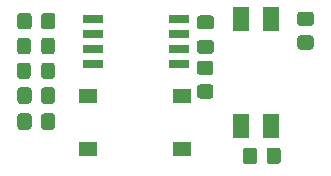
<source format=gtp>
%TF.GenerationSoftware,KiCad,Pcbnew,(5.1.10)-1*%
%TF.CreationDate,2022-07-24T21:09:46+02:00*%
%TF.ProjectId,PCB,5043422e-6b69-4636-9164-5f7063625858,rev?*%
%TF.SameCoordinates,Original*%
%TF.FileFunction,Paste,Top*%
%TF.FilePolarity,Positive*%
%FSLAX46Y46*%
G04 Gerber Fmt 4.6, Leading zero omitted, Abs format (unit mm)*
G04 Created by KiCad (PCBNEW (5.1.10)-1) date 2022-07-24 21:09:46*
%MOMM*%
%LPD*%
G01*
G04 APERTURE LIST*
%ADD10R,1.450000X2.100000*%
%ADD11R,1.700000X0.650000*%
%ADD12R,1.550000X1.300000*%
G04 APERTURE END LIST*
%TO.C,C1*%
G36*
G01*
X164350000Y-129887500D02*
X165300000Y-129887500D01*
G75*
G02*
X165550000Y-130137500I0J-250000D01*
G01*
X165550000Y-130812500D01*
G75*
G02*
X165300000Y-131062500I-250000J0D01*
G01*
X164350000Y-131062500D01*
G75*
G02*
X164100000Y-130812500I0J250000D01*
G01*
X164100000Y-130137500D01*
G75*
G02*
X164350000Y-129887500I250000J0D01*
G01*
G37*
G36*
G01*
X164350000Y-127812500D02*
X165300000Y-127812500D01*
G75*
G02*
X165550000Y-128062500I0J-250000D01*
G01*
X165550000Y-128737500D01*
G75*
G02*
X165300000Y-128987500I-250000J0D01*
G01*
X164350000Y-128987500D01*
G75*
G02*
X164100000Y-128737500I0J250000D01*
G01*
X164100000Y-128062500D01*
G75*
G02*
X164350000Y-127812500I250000J0D01*
G01*
G37*
%TD*%
D10*
%TO.C,U2*%
X167800000Y-128100000D03*
X170340000Y-128100000D03*
X170340000Y-137200000D03*
X167800000Y-137200000D03*
%TD*%
D11*
%TO.C,U1*%
X162600000Y-128130000D03*
X162600000Y-129400000D03*
X162600000Y-130670000D03*
X162600000Y-131940000D03*
X155300000Y-131940000D03*
X155300000Y-130670000D03*
X155300000Y-129400000D03*
X155300000Y-128130000D03*
%TD*%
D12*
%TO.C,SW1*%
X154925000Y-134650000D03*
X162875000Y-134650000D03*
X154925000Y-139150000D03*
X162875000Y-139150000D03*
%TD*%
%TO.C,R6*%
G36*
G01*
X172849999Y-129500000D02*
X173750001Y-129500000D01*
G75*
G02*
X174000000Y-129749999I0J-249999D01*
G01*
X174000000Y-130450001D01*
G75*
G02*
X173750001Y-130700000I-249999J0D01*
G01*
X172849999Y-130700000D01*
G75*
G02*
X172600000Y-130450001I0J249999D01*
G01*
X172600000Y-129749999D01*
G75*
G02*
X172849999Y-129500000I249999J0D01*
G01*
G37*
G36*
G01*
X172849999Y-127500000D02*
X173750001Y-127500000D01*
G75*
G02*
X174000000Y-127749999I0J-249999D01*
G01*
X174000000Y-128450001D01*
G75*
G02*
X173750001Y-128700000I-249999J0D01*
G01*
X172849999Y-128700000D01*
G75*
G02*
X172600000Y-128450001I0J249999D01*
G01*
X172600000Y-127749999D01*
G75*
G02*
X172849999Y-127500000I249999J0D01*
G01*
G37*
%TD*%
%TO.C,R5*%
G36*
G01*
X150900000Y-137250001D02*
X150900000Y-136349999D01*
G75*
G02*
X151149999Y-136100000I249999J0D01*
G01*
X151850001Y-136100000D01*
G75*
G02*
X152100000Y-136349999I0J-249999D01*
G01*
X152100000Y-137250001D01*
G75*
G02*
X151850001Y-137500000I-249999J0D01*
G01*
X151149999Y-137500000D01*
G75*
G02*
X150900000Y-137250001I0J249999D01*
G01*
G37*
G36*
G01*
X148900000Y-137250001D02*
X148900000Y-136349999D01*
G75*
G02*
X149149999Y-136100000I249999J0D01*
G01*
X149850001Y-136100000D01*
G75*
G02*
X150100000Y-136349999I0J-249999D01*
G01*
X150100000Y-137250001D01*
G75*
G02*
X149850001Y-137500000I-249999J0D01*
G01*
X149149999Y-137500000D01*
G75*
G02*
X148900000Y-137250001I0J249999D01*
G01*
G37*
%TD*%
%TO.C,R4*%
G36*
G01*
X150900000Y-135050001D02*
X150900000Y-134149999D01*
G75*
G02*
X151149999Y-133900000I249999J0D01*
G01*
X151850001Y-133900000D01*
G75*
G02*
X152100000Y-134149999I0J-249999D01*
G01*
X152100000Y-135050001D01*
G75*
G02*
X151850001Y-135300000I-249999J0D01*
G01*
X151149999Y-135300000D01*
G75*
G02*
X150900000Y-135050001I0J249999D01*
G01*
G37*
G36*
G01*
X148900000Y-135050001D02*
X148900000Y-134149999D01*
G75*
G02*
X149149999Y-133900000I249999J0D01*
G01*
X149850001Y-133900000D01*
G75*
G02*
X150100000Y-134149999I0J-249999D01*
G01*
X150100000Y-135050001D01*
G75*
G02*
X149850001Y-135300000I-249999J0D01*
G01*
X149149999Y-135300000D01*
G75*
G02*
X148900000Y-135050001I0J249999D01*
G01*
G37*
%TD*%
%TO.C,R3*%
G36*
G01*
X170000000Y-140150001D02*
X170000000Y-139249999D01*
G75*
G02*
X170249999Y-139000000I249999J0D01*
G01*
X170950001Y-139000000D01*
G75*
G02*
X171200000Y-139249999I0J-249999D01*
G01*
X171200000Y-140150001D01*
G75*
G02*
X170950001Y-140400000I-249999J0D01*
G01*
X170249999Y-140400000D01*
G75*
G02*
X170000000Y-140150001I0J249999D01*
G01*
G37*
G36*
G01*
X168000000Y-140150001D02*
X168000000Y-139249999D01*
G75*
G02*
X168249999Y-139000000I249999J0D01*
G01*
X168950001Y-139000000D01*
G75*
G02*
X169200000Y-139249999I0J-249999D01*
G01*
X169200000Y-140150001D01*
G75*
G02*
X168950001Y-140400000I-249999J0D01*
G01*
X168249999Y-140400000D01*
G75*
G02*
X168000000Y-140150001I0J249999D01*
G01*
G37*
%TD*%
%TO.C,R2*%
G36*
G01*
X165250001Y-132850000D02*
X164349999Y-132850000D01*
G75*
G02*
X164100000Y-132600001I0J249999D01*
G01*
X164100000Y-131899999D01*
G75*
G02*
X164349999Y-131650000I249999J0D01*
G01*
X165250001Y-131650000D01*
G75*
G02*
X165500000Y-131899999I0J-249999D01*
G01*
X165500000Y-132600001D01*
G75*
G02*
X165250001Y-132850000I-249999J0D01*
G01*
G37*
G36*
G01*
X165250001Y-134850000D02*
X164349999Y-134850000D01*
G75*
G02*
X164100000Y-134600001I0J249999D01*
G01*
X164100000Y-133899999D01*
G75*
G02*
X164349999Y-133650000I249999J0D01*
G01*
X165250001Y-133650000D01*
G75*
G02*
X165500000Y-133899999I0J-249999D01*
G01*
X165500000Y-134600001D01*
G75*
G02*
X165250001Y-134850000I-249999J0D01*
G01*
G37*
%TD*%
%TO.C,R1*%
G36*
G01*
X150100000Y-127849999D02*
X150100000Y-128750001D01*
G75*
G02*
X149850001Y-129000000I-249999J0D01*
G01*
X149149999Y-129000000D01*
G75*
G02*
X148900000Y-128750001I0J249999D01*
G01*
X148900000Y-127849999D01*
G75*
G02*
X149149999Y-127600000I249999J0D01*
G01*
X149850001Y-127600000D01*
G75*
G02*
X150100000Y-127849999I0J-249999D01*
G01*
G37*
G36*
G01*
X152100000Y-127849999D02*
X152100000Y-128750001D01*
G75*
G02*
X151850001Y-129000000I-249999J0D01*
G01*
X151149999Y-129000000D01*
G75*
G02*
X150900000Y-128750001I0J249999D01*
G01*
X150900000Y-127849999D01*
G75*
G02*
X151149999Y-127600000I249999J0D01*
G01*
X151850001Y-127600000D01*
G75*
G02*
X152100000Y-127849999I0J-249999D01*
G01*
G37*
%TD*%
%TO.C,D2*%
G36*
G01*
X150925000Y-132950001D02*
X150925000Y-132049999D01*
G75*
G02*
X151174999Y-131800000I249999J0D01*
G01*
X151825001Y-131800000D01*
G75*
G02*
X152075000Y-132049999I0J-249999D01*
G01*
X152075000Y-132950001D01*
G75*
G02*
X151825001Y-133200000I-249999J0D01*
G01*
X151174999Y-133200000D01*
G75*
G02*
X150925000Y-132950001I0J249999D01*
G01*
G37*
G36*
G01*
X148875000Y-132950001D02*
X148875000Y-132049999D01*
G75*
G02*
X149124999Y-131800000I249999J0D01*
G01*
X149775001Y-131800000D01*
G75*
G02*
X150025000Y-132049999I0J-249999D01*
G01*
X150025000Y-132950001D01*
G75*
G02*
X149775001Y-133200000I-249999J0D01*
G01*
X149124999Y-133200000D01*
G75*
G02*
X148875000Y-132950001I0J249999D01*
G01*
G37*
%TD*%
%TO.C,D1*%
G36*
G01*
X150925000Y-130850001D02*
X150925000Y-129949999D01*
G75*
G02*
X151174999Y-129700000I249999J0D01*
G01*
X151825001Y-129700000D01*
G75*
G02*
X152075000Y-129949999I0J-249999D01*
G01*
X152075000Y-130850001D01*
G75*
G02*
X151825001Y-131100000I-249999J0D01*
G01*
X151174999Y-131100000D01*
G75*
G02*
X150925000Y-130850001I0J249999D01*
G01*
G37*
G36*
G01*
X148875000Y-130850001D02*
X148875000Y-129949999D01*
G75*
G02*
X149124999Y-129700000I249999J0D01*
G01*
X149775001Y-129700000D01*
G75*
G02*
X150025000Y-129949999I0J-249999D01*
G01*
X150025000Y-130850001D01*
G75*
G02*
X149775001Y-131100000I-249999J0D01*
G01*
X149124999Y-131100000D01*
G75*
G02*
X148875000Y-130850001I0J249999D01*
G01*
G37*
%TD*%
M02*

</source>
